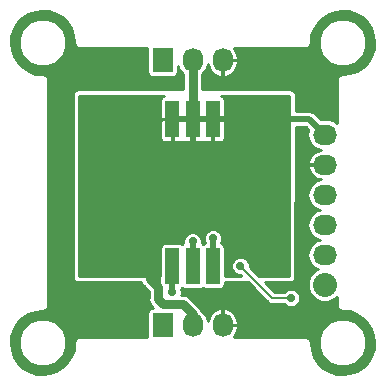
<source format=gbr>
G04 #@! TF.GenerationSoftware,KiCad,Pcbnew,(5.0.0)*
G04 #@! TF.CreationDate,2018-11-19T11:16:29+03:00*
G04 #@! TF.ProjectId,NeoP_6W,4E656F505F36572E6B696361645F7063,rev?*
G04 #@! TF.SameCoordinates,Original*
G04 #@! TF.FileFunction,Copper,L1,Top,Signal*
G04 #@! TF.FilePolarity,Positive*
%FSLAX46Y46*%
G04 Gerber Fmt 4.6, Leading zero omitted, Abs format (unit mm)*
G04 Created by KiCad (PCBNEW (5.0.0)) date 11/19/18 11:16:29*
%MOMM*%
%LPD*%
G01*
G04 APERTURE LIST*
G04 #@! TA.AperFunction,SMDPad,CuDef*
%ADD10R,1.200000X3.100000*%
G04 #@! TD*
G04 #@! TA.AperFunction,ComponentPad*
%ADD11R,8.000000X4.800000*%
G04 #@! TD*
G04 #@! TA.AperFunction,ComponentPad*
%ADD12O,2.032000X1.727200*%
G04 #@! TD*
G04 #@! TA.AperFunction,ComponentPad*
%ADD13C,2.032000*%
G04 #@! TD*
G04 #@! TA.AperFunction,ComponentPad*
%ADD14R,1.727200X2.032000*%
G04 #@! TD*
G04 #@! TA.AperFunction,ComponentPad*
%ADD15O,1.727200X2.032000*%
G04 #@! TD*
G04 #@! TA.AperFunction,ViaPad*
%ADD16C,0.700000*%
G04 #@! TD*
G04 #@! TA.AperFunction,Conductor*
%ADD17C,0.500000*%
G04 #@! TD*
G04 #@! TA.AperFunction,Conductor*
%ADD18C,0.750000*%
G04 #@! TD*
G04 #@! TA.AperFunction,Conductor*
%ADD19C,0.200000*%
G04 #@! TD*
G04 #@! TA.AperFunction,Conductor*
%ADD20C,0.254000*%
G04 #@! TD*
G04 APERTURE END LIST*
D10*
G04 #@! TO.P,D1,3*
G04 #@! TO.N,Net-(D1-Pad3)*
X114400000Y-93520000D03*
G04 #@! TO.P,D1,2*
G04 #@! TO.N,Net-(D1-Pad2)*
X112700000Y-93520000D03*
G04 #@! TO.P,D1,1*
G04 #@! TO.N,Net-(D1-Pad1)*
X111000000Y-93520000D03*
D11*
G04 #@! TO.P,D1,*
G04 #@! TO.N,+5V*
X112700000Y-87300000D03*
D10*
G04 #@! TO.P,D1,6*
X111000000Y-81080000D03*
G04 #@! TO.P,D1,5*
X112700000Y-81080000D03*
G04 #@! TO.P,D1,4*
X114400000Y-81080000D03*
G04 #@! TD*
D12*
G04 #@! TO.P,J1,6*
G04 #@! TO.N,+5V*
X123900000Y-82400000D03*
G04 #@! TO.P,J1,5*
G04 #@! TO.N,GND*
X123900000Y-84940000D03*
G04 #@! TO.P,J1,4*
G04 #@! TO.N,R*
X123900000Y-87480000D03*
G04 #@! TO.P,J1,3*
G04 #@! TO.N,G*
X123900000Y-90020000D03*
G04 #@! TO.P,J1,2*
G04 #@! TO.N,B*
X123900000Y-92560000D03*
D13*
G04 #@! TO.P,J1,1*
G04 #@! TO.N,TC*
X123900000Y-95100000D03*
G04 #@! TD*
D14*
G04 #@! TO.P,J2,1*
G04 #@! TO.N,N/C*
X110160000Y-76100000D03*
D15*
G04 #@! TO.P,J2,2*
G04 #@! TO.N,+5V*
X112700000Y-76100000D03*
G04 #@! TO.P,J2,3*
G04 #@! TO.N,GND*
X115240000Y-76100000D03*
G04 #@! TD*
G04 #@! TO.P,J3,3*
G04 #@! TO.N,GND*
X115240000Y-98500000D03*
G04 #@! TO.P,J3,2*
G04 #@! TO.N,+5V*
X112700000Y-98500000D03*
D14*
G04 #@! TO.P,J3,1*
G04 #@! TO.N,N/C*
X110160000Y-98500000D03*
G04 #@! TD*
D16*
G04 #@! TO.N,GND*
X104000000Y-99000000D03*
X107000000Y-99000000D03*
X108000000Y-76000000D03*
X104000000Y-76000000D03*
X106000000Y-76000000D03*
X118000000Y-99000000D03*
X121000000Y-99000000D03*
X122500000Y-88500000D03*
X122500000Y-86000000D03*
X101000000Y-87500000D03*
X101000000Y-90000000D03*
X101000000Y-81500000D03*
X112268000Y-95758000D03*
X122237500Y-93726000D03*
X122174000Y-91186000D03*
X113919000Y-77533500D03*
X111633000Y-77533500D03*
X118000000Y-76000000D03*
X120000000Y-76000000D03*
X124000000Y-79000000D03*
X104000000Y-78000000D03*
X108267500Y-95186500D03*
X118000000Y-97980500D03*
G04 #@! TO.N,+5V*
X112712498Y-89281000D03*
X112712498Y-88392000D03*
X113876664Y-86328250D03*
X110384166Y-89281000D03*
X116205000Y-89281000D03*
X115040830Y-89281000D03*
X113876664Y-89281000D03*
X111548332Y-89281000D03*
X111548332Y-88296750D03*
X113876664Y-88296750D03*
X115040830Y-88296750D03*
X111548332Y-85344000D03*
X113876664Y-85344000D03*
X115040830Y-86328250D03*
X115040830Y-85344000D03*
X110384166Y-86328250D03*
X110384166Y-85344000D03*
X109220000Y-86328250D03*
X109220000Y-88296750D03*
X116205000Y-88296750D03*
X116205000Y-86328250D03*
X116205000Y-85344000D03*
X109220000Y-85344000D03*
X109220000Y-82550000D03*
X109220000Y-81280000D03*
X109220000Y-80010000D03*
X116205000Y-82550000D03*
X116205000Y-81280000D03*
X116205000Y-80010000D03*
X117475000Y-82550000D03*
X117475000Y-81280000D03*
X117475000Y-80010000D03*
X118745000Y-81280000D03*
X118745000Y-82550000D03*
X117475000Y-85344000D03*
X118745000Y-85344000D03*
X117475000Y-86328250D03*
X107950000Y-80010000D03*
X107950000Y-81280000D03*
X110384166Y-88296750D03*
X109220000Y-89281000D03*
X111548332Y-86328250D03*
X112712498Y-85344000D03*
X112712498Y-86233000D03*
X116205000Y-87312500D03*
X111548332Y-87312500D03*
X113876664Y-87312500D03*
X115040830Y-87312500D03*
X109220000Y-87312500D03*
X110384166Y-87312500D03*
G04 #@! TO.N,Net-(D1-Pad3)*
X114427000Y-91186000D03*
G04 #@! TO.N,Net-(D1-Pad2)*
X112712500Y-91440000D03*
G04 #@! TO.N,Net-(D1-Pad1)*
X110998000Y-95758000D03*
G04 #@! TO.N,TC*
X116753500Y-93535500D03*
X121017000Y-96252000D03*
G04 #@! TD*
D17*
G04 #@! TO.N,+5V*
X112700000Y-81080000D02*
X111000000Y-81080000D01*
X112700000Y-81080000D02*
X114400000Y-81080000D01*
X114400000Y-81080000D02*
X116205000Y-81080000D01*
X122580000Y-81080000D02*
X123900000Y-82400000D01*
X112700000Y-83130000D02*
X112700000Y-83820000D01*
X112700000Y-81080000D02*
X112700000Y-83130000D01*
X111836000Y-87300000D02*
X111836000Y-87300000D01*
X116205000Y-81080000D02*
X117475000Y-81080000D01*
X117475000Y-81080000D02*
X118745000Y-81080000D01*
X118745000Y-81080000D02*
X122580000Y-81080000D01*
X112700000Y-85725000D02*
X112700000Y-86360000D01*
X112700000Y-86360000D02*
X112700000Y-87300000D01*
X112700000Y-83820000D02*
X112700000Y-85725000D01*
X112700000Y-98222000D02*
X112700000Y-98500000D01*
X112700000Y-87300000D02*
X111836000Y-87300000D01*
X111836000Y-87300000D02*
X109093000Y-90043000D01*
X109093000Y-90043000D02*
X109093000Y-93408500D01*
X109728000Y-94043500D02*
X109537500Y-94043500D01*
X109728000Y-94043500D02*
X109791500Y-94107000D01*
X109093000Y-93408500D02*
X109728000Y-94043500D01*
X109537500Y-94043500D02*
X109347000Y-94234000D01*
D18*
X112700000Y-76100000D02*
X112700000Y-81080000D01*
X109791500Y-95313500D02*
X109791500Y-96329500D01*
X109791500Y-96329500D02*
X110236000Y-96774000D01*
X110236000Y-96774000D02*
X111887000Y-96774000D01*
X112700000Y-97587000D02*
X112700000Y-98500000D01*
X111887000Y-96774000D02*
X112700000Y-97587000D01*
D17*
X109791500Y-95313500D02*
X109791500Y-94107000D01*
X109474000Y-94424500D02*
X109093000Y-94043500D01*
X109474000Y-94996000D02*
X109474000Y-94424500D01*
D18*
X109093000Y-94043500D02*
X109093000Y-94615000D01*
X109093000Y-93408500D02*
X109093000Y-94043500D01*
X109474000Y-94996000D02*
X109791500Y-95313500D01*
X109093000Y-94615000D02*
X109474000Y-94996000D01*
D17*
G04 #@! TO.N,Net-(D1-Pad3)*
X114427000Y-93493000D02*
X114400000Y-93520000D01*
X114427000Y-91186000D02*
X114427000Y-93493000D01*
G04 #@! TO.N,Net-(D1-Pad2)*
X112712500Y-91567000D02*
X112712500Y-93507500D01*
X112712500Y-93507500D02*
X112700000Y-93520000D01*
X112712500Y-91440000D02*
X112712500Y-93507500D01*
G04 #@! TO.N,Net-(D1-Pad1)*
X111000000Y-95756000D02*
X110998000Y-95758000D01*
X111000000Y-93520000D02*
X111000000Y-95756000D01*
D19*
G04 #@! TO.N,TC*
X116753500Y-93537900D02*
X116753500Y-93535500D01*
X118315600Y-95100000D02*
X116753500Y-93537900D01*
X119470000Y-96252000D02*
X116753500Y-93535500D01*
X121017000Y-96252000D02*
X119470000Y-96252000D01*
G04 #@! TD*
D20*
G04 #@! TO.N,+5V*
G36*
X110158124Y-79168007D02*
X110038007Y-79288124D01*
X109973000Y-79445065D01*
X109973000Y-80950250D01*
X110079750Y-81057000D01*
X110977000Y-81057000D01*
X110977000Y-81037000D01*
X111023000Y-81037000D01*
X111023000Y-81057000D01*
X112677000Y-81057000D01*
X112677000Y-81037000D01*
X112723000Y-81037000D01*
X112723000Y-81057000D01*
X114377000Y-81057000D01*
X114377000Y-81037000D01*
X114423000Y-81037000D01*
X114423000Y-81057000D01*
X115320250Y-81057000D01*
X115427000Y-80950250D01*
X115427000Y-79445065D01*
X115361993Y-79288124D01*
X115241876Y-79168007D01*
X115142877Y-79127000D01*
X120872733Y-79127000D01*
X120840766Y-94361000D01*
X118324290Y-94361000D01*
X117530500Y-93567210D01*
X117530500Y-93380945D01*
X117412209Y-93095365D01*
X117193635Y-92876791D01*
X116908055Y-92758500D01*
X116598945Y-92758500D01*
X116313365Y-92876791D01*
X116094791Y-93095365D01*
X115976500Y-93380945D01*
X115976500Y-93690055D01*
X116094791Y-93975635D01*
X116313365Y-94194209D01*
X116598945Y-94312500D01*
X116782810Y-94312500D01*
X116831310Y-94361000D01*
X115435365Y-94361000D01*
X115435365Y-91970000D01*
X115402225Y-91803393D01*
X115307850Y-91662150D01*
X115166607Y-91567775D01*
X115114200Y-91557351D01*
X115204000Y-91340555D01*
X115204000Y-91031445D01*
X115085709Y-90745865D01*
X114867135Y-90527291D01*
X114581555Y-90409000D01*
X114272445Y-90409000D01*
X113986865Y-90527291D01*
X113768291Y-90745865D01*
X113650000Y-91031445D01*
X113650000Y-91340555D01*
X113735689Y-91547427D01*
X113633393Y-91567775D01*
X113550000Y-91623496D01*
X113489500Y-91583072D01*
X113489500Y-91285445D01*
X113371209Y-90999865D01*
X113152635Y-90781291D01*
X112867055Y-90663000D01*
X112557945Y-90663000D01*
X112272365Y-90781291D01*
X112053791Y-90999865D01*
X111935500Y-91285445D01*
X111935500Y-91567356D01*
X111933393Y-91567775D01*
X111850000Y-91623496D01*
X111766607Y-91567775D01*
X111600000Y-91534635D01*
X110400000Y-91534635D01*
X110233393Y-91567775D01*
X110092150Y-91662150D01*
X109997775Y-91803393D01*
X109964635Y-91970000D01*
X109964635Y-94361000D01*
X103124025Y-94361000D01*
X103126571Y-81209750D01*
X109973000Y-81209750D01*
X109973000Y-82714935D01*
X110038007Y-82871876D01*
X110158124Y-82991993D01*
X110315064Y-83057000D01*
X110870250Y-83057000D01*
X110977000Y-82950250D01*
X110977000Y-81103000D01*
X111023000Y-81103000D01*
X111023000Y-82950250D01*
X111129750Y-83057000D01*
X111684936Y-83057000D01*
X111841876Y-82991993D01*
X111850000Y-82983869D01*
X111858124Y-82991993D01*
X112015064Y-83057000D01*
X112570250Y-83057000D01*
X112677000Y-82950250D01*
X112677000Y-81103000D01*
X112723000Y-81103000D01*
X112723000Y-82950250D01*
X112829750Y-83057000D01*
X113384936Y-83057000D01*
X113541876Y-82991993D01*
X113550000Y-82983869D01*
X113558124Y-82991993D01*
X113715064Y-83057000D01*
X114270250Y-83057000D01*
X114377000Y-82950250D01*
X114377000Y-81103000D01*
X114423000Y-81103000D01*
X114423000Y-82950250D01*
X114529750Y-83057000D01*
X115084936Y-83057000D01*
X115241876Y-82991993D01*
X115361993Y-82871876D01*
X115427000Y-82714935D01*
X115427000Y-81209750D01*
X115320250Y-81103000D01*
X114423000Y-81103000D01*
X114377000Y-81103000D01*
X112723000Y-81103000D01*
X112677000Y-81103000D01*
X111023000Y-81103000D01*
X110977000Y-81103000D01*
X110079750Y-81103000D01*
X109973000Y-81209750D01*
X103126571Y-81209750D01*
X103126975Y-79127000D01*
X110257123Y-79127000D01*
X110158124Y-79168007D01*
X110158124Y-79168007D01*
G37*
X110158124Y-79168007D02*
X110038007Y-79288124D01*
X109973000Y-79445065D01*
X109973000Y-80950250D01*
X110079750Y-81057000D01*
X110977000Y-81057000D01*
X110977000Y-81037000D01*
X111023000Y-81037000D01*
X111023000Y-81057000D01*
X112677000Y-81057000D01*
X112677000Y-81037000D01*
X112723000Y-81037000D01*
X112723000Y-81057000D01*
X114377000Y-81057000D01*
X114377000Y-81037000D01*
X114423000Y-81037000D01*
X114423000Y-81057000D01*
X115320250Y-81057000D01*
X115427000Y-80950250D01*
X115427000Y-79445065D01*
X115361993Y-79288124D01*
X115241876Y-79168007D01*
X115142877Y-79127000D01*
X120872733Y-79127000D01*
X120840766Y-94361000D01*
X118324290Y-94361000D01*
X117530500Y-93567210D01*
X117530500Y-93380945D01*
X117412209Y-93095365D01*
X117193635Y-92876791D01*
X116908055Y-92758500D01*
X116598945Y-92758500D01*
X116313365Y-92876791D01*
X116094791Y-93095365D01*
X115976500Y-93380945D01*
X115976500Y-93690055D01*
X116094791Y-93975635D01*
X116313365Y-94194209D01*
X116598945Y-94312500D01*
X116782810Y-94312500D01*
X116831310Y-94361000D01*
X115435365Y-94361000D01*
X115435365Y-91970000D01*
X115402225Y-91803393D01*
X115307850Y-91662150D01*
X115166607Y-91567775D01*
X115114200Y-91557351D01*
X115204000Y-91340555D01*
X115204000Y-91031445D01*
X115085709Y-90745865D01*
X114867135Y-90527291D01*
X114581555Y-90409000D01*
X114272445Y-90409000D01*
X113986865Y-90527291D01*
X113768291Y-90745865D01*
X113650000Y-91031445D01*
X113650000Y-91340555D01*
X113735689Y-91547427D01*
X113633393Y-91567775D01*
X113550000Y-91623496D01*
X113489500Y-91583072D01*
X113489500Y-91285445D01*
X113371209Y-90999865D01*
X113152635Y-90781291D01*
X112867055Y-90663000D01*
X112557945Y-90663000D01*
X112272365Y-90781291D01*
X112053791Y-90999865D01*
X111935500Y-91285445D01*
X111935500Y-91567356D01*
X111933393Y-91567775D01*
X111850000Y-91623496D01*
X111766607Y-91567775D01*
X111600000Y-91534635D01*
X110400000Y-91534635D01*
X110233393Y-91567775D01*
X110092150Y-91662150D01*
X109997775Y-91803393D01*
X109964635Y-91970000D01*
X109964635Y-94361000D01*
X103124025Y-94361000D01*
X103126571Y-81209750D01*
X109973000Y-81209750D01*
X109973000Y-82714935D01*
X110038007Y-82871876D01*
X110158124Y-82991993D01*
X110315064Y-83057000D01*
X110870250Y-83057000D01*
X110977000Y-82950250D01*
X110977000Y-81103000D01*
X111023000Y-81103000D01*
X111023000Y-82950250D01*
X111129750Y-83057000D01*
X111684936Y-83057000D01*
X111841876Y-82991993D01*
X111850000Y-82983869D01*
X111858124Y-82991993D01*
X112015064Y-83057000D01*
X112570250Y-83057000D01*
X112677000Y-82950250D01*
X112677000Y-81103000D01*
X112723000Y-81103000D01*
X112723000Y-82950250D01*
X112829750Y-83057000D01*
X113384936Y-83057000D01*
X113541876Y-82991993D01*
X113550000Y-82983869D01*
X113558124Y-82991993D01*
X113715064Y-83057000D01*
X114270250Y-83057000D01*
X114377000Y-82950250D01*
X114377000Y-81103000D01*
X114423000Y-81103000D01*
X114423000Y-82950250D01*
X114529750Y-83057000D01*
X115084936Y-83057000D01*
X115241876Y-82991993D01*
X115361993Y-82871876D01*
X115427000Y-82714935D01*
X115427000Y-81209750D01*
X115320250Y-81103000D01*
X114423000Y-81103000D01*
X114377000Y-81103000D01*
X112723000Y-81103000D01*
X112677000Y-81103000D01*
X111023000Y-81103000D01*
X110977000Y-81103000D01*
X110079750Y-81103000D01*
X109973000Y-81209750D01*
X103126571Y-81209750D01*
X103126975Y-79127000D01*
X110257123Y-79127000D01*
X110158124Y-79168007D01*
G04 #@! TO.N,GND*
G36*
X100560291Y-71964037D02*
X101130362Y-72153674D01*
X101644252Y-72464898D01*
X102076417Y-72882235D01*
X102405385Y-73384949D01*
X102614803Y-73948058D01*
X102696321Y-74559003D01*
X102688166Y-74600000D01*
X102727127Y-74795870D01*
X102838079Y-74961921D01*
X103004130Y-75072873D01*
X103150561Y-75102000D01*
X108861035Y-75102000D01*
X108861035Y-77116000D01*
X108894175Y-77282607D01*
X108988550Y-77423850D01*
X109129793Y-77518225D01*
X109296400Y-77551365D01*
X111023600Y-77551365D01*
X111190207Y-77518225D01*
X111331450Y-77423850D01*
X111425825Y-77282607D01*
X111458965Y-77116000D01*
X111458965Y-76628690D01*
X111484282Y-76755967D01*
X111769531Y-77182870D01*
X111898000Y-77268711D01*
X111898000Y-78573000D01*
X103000000Y-78573000D01*
X102836671Y-78605472D01*
X102698124Y-78698007D01*
X102605535Y-78836518D01*
X102573000Y-78999917D01*
X102570000Y-94487917D01*
X102602503Y-94651406D01*
X102695065Y-94789935D01*
X102833594Y-94882497D01*
X102997000Y-94915000D01*
X108334962Y-94915000D01*
X108337533Y-94927925D01*
X108514791Y-95193210D01*
X108581756Y-95237955D01*
X108962754Y-95618953D01*
X108962757Y-95618955D01*
X108989500Y-95645698D01*
X108989501Y-96250507D01*
X108973788Y-96329500D01*
X109036033Y-96642424D01*
X109069249Y-96692135D01*
X109213291Y-96907710D01*
X109280257Y-96952455D01*
X109376437Y-97048635D01*
X109296400Y-97048635D01*
X109129793Y-97081775D01*
X108988550Y-97176150D01*
X108894175Y-97317393D01*
X108861035Y-97484000D01*
X108861035Y-99498000D01*
X103150561Y-99498000D01*
X103004130Y-99527127D01*
X102838079Y-99638079D01*
X102727127Y-99804130D01*
X102688166Y-100000000D01*
X102692441Y-100021494D01*
X102627884Y-100597038D01*
X102430305Y-101164406D01*
X102111939Y-101673900D01*
X101688602Y-102100202D01*
X101181348Y-102422116D01*
X100615374Y-102623650D01*
X100018812Y-102694786D01*
X99421320Y-102631987D01*
X98852587Y-102438375D01*
X98340882Y-102123571D01*
X97911640Y-101703226D01*
X97586190Y-101198228D01*
X97380710Y-100633675D01*
X97305411Y-100037624D01*
X97348633Y-99596805D01*
X97973000Y-99596805D01*
X97973000Y-100403195D01*
X98281593Y-101148203D01*
X98851797Y-101718407D01*
X99596805Y-102027000D01*
X100403195Y-102027000D01*
X101148203Y-101718407D01*
X101718407Y-101148203D01*
X102027000Y-100403195D01*
X102027000Y-99596805D01*
X101718407Y-98851797D01*
X101148203Y-98281593D01*
X100403195Y-97973000D01*
X99596805Y-97973000D01*
X98851797Y-98281593D01*
X98281593Y-98851797D01*
X97973000Y-99596805D01*
X97348633Y-99596805D01*
X97364037Y-99439709D01*
X97553674Y-98869638D01*
X97864898Y-98355748D01*
X98282235Y-97923583D01*
X98784949Y-97594615D01*
X99348058Y-97385197D01*
X99959003Y-97303679D01*
X100000000Y-97311834D01*
X100195869Y-97272873D01*
X100361921Y-97161921D01*
X100472873Y-96995870D01*
X100502000Y-96849439D01*
X100502000Y-77750561D01*
X100472873Y-77604130D01*
X100361921Y-77438079D01*
X100195870Y-77327127D01*
X100000000Y-77288166D01*
X99978506Y-77292441D01*
X99402962Y-77227884D01*
X98835594Y-77030305D01*
X98326100Y-76711939D01*
X97899798Y-76288602D01*
X97577884Y-75781348D01*
X97376350Y-75215374D01*
X97305214Y-74618812D01*
X97349568Y-74196805D01*
X97973000Y-74196805D01*
X97973000Y-75003195D01*
X98281593Y-75748203D01*
X98851797Y-76318407D01*
X99596805Y-76627000D01*
X100403195Y-76627000D01*
X101148203Y-76318407D01*
X101718407Y-75748203D01*
X102027000Y-75003195D01*
X102027000Y-74196805D01*
X101718407Y-73451797D01*
X101148203Y-72881593D01*
X100403195Y-72573000D01*
X99596805Y-72573000D01*
X98851797Y-72881593D01*
X98281593Y-73451797D01*
X97973000Y-74196805D01*
X97349568Y-74196805D01*
X97368013Y-74021319D01*
X97561624Y-73452588D01*
X97876429Y-72940882D01*
X98296774Y-72511640D01*
X98801772Y-72186190D01*
X99366326Y-71980710D01*
X99962376Y-71905411D01*
X100560291Y-71964037D01*
X100560291Y-71964037D01*
G37*
X100560291Y-71964037D02*
X101130362Y-72153674D01*
X101644252Y-72464898D01*
X102076417Y-72882235D01*
X102405385Y-73384949D01*
X102614803Y-73948058D01*
X102696321Y-74559003D01*
X102688166Y-74600000D01*
X102727127Y-74795870D01*
X102838079Y-74961921D01*
X103004130Y-75072873D01*
X103150561Y-75102000D01*
X108861035Y-75102000D01*
X108861035Y-77116000D01*
X108894175Y-77282607D01*
X108988550Y-77423850D01*
X109129793Y-77518225D01*
X109296400Y-77551365D01*
X111023600Y-77551365D01*
X111190207Y-77518225D01*
X111331450Y-77423850D01*
X111425825Y-77282607D01*
X111458965Y-77116000D01*
X111458965Y-76628690D01*
X111484282Y-76755967D01*
X111769531Y-77182870D01*
X111898000Y-77268711D01*
X111898000Y-78573000D01*
X103000000Y-78573000D01*
X102836671Y-78605472D01*
X102698124Y-78698007D01*
X102605535Y-78836518D01*
X102573000Y-78999917D01*
X102570000Y-94487917D01*
X102602503Y-94651406D01*
X102695065Y-94789935D01*
X102833594Y-94882497D01*
X102997000Y-94915000D01*
X108334962Y-94915000D01*
X108337533Y-94927925D01*
X108514791Y-95193210D01*
X108581756Y-95237955D01*
X108962754Y-95618953D01*
X108962757Y-95618955D01*
X108989500Y-95645698D01*
X108989501Y-96250507D01*
X108973788Y-96329500D01*
X109036033Y-96642424D01*
X109069249Y-96692135D01*
X109213291Y-96907710D01*
X109280257Y-96952455D01*
X109376437Y-97048635D01*
X109296400Y-97048635D01*
X109129793Y-97081775D01*
X108988550Y-97176150D01*
X108894175Y-97317393D01*
X108861035Y-97484000D01*
X108861035Y-99498000D01*
X103150561Y-99498000D01*
X103004130Y-99527127D01*
X102838079Y-99638079D01*
X102727127Y-99804130D01*
X102688166Y-100000000D01*
X102692441Y-100021494D01*
X102627884Y-100597038D01*
X102430305Y-101164406D01*
X102111939Y-101673900D01*
X101688602Y-102100202D01*
X101181348Y-102422116D01*
X100615374Y-102623650D01*
X100018812Y-102694786D01*
X99421320Y-102631987D01*
X98852587Y-102438375D01*
X98340882Y-102123571D01*
X97911640Y-101703226D01*
X97586190Y-101198228D01*
X97380710Y-100633675D01*
X97305411Y-100037624D01*
X97348633Y-99596805D01*
X97973000Y-99596805D01*
X97973000Y-100403195D01*
X98281593Y-101148203D01*
X98851797Y-101718407D01*
X99596805Y-102027000D01*
X100403195Y-102027000D01*
X101148203Y-101718407D01*
X101718407Y-101148203D01*
X102027000Y-100403195D01*
X102027000Y-99596805D01*
X101718407Y-98851797D01*
X101148203Y-98281593D01*
X100403195Y-97973000D01*
X99596805Y-97973000D01*
X98851797Y-98281593D01*
X98281593Y-98851797D01*
X97973000Y-99596805D01*
X97348633Y-99596805D01*
X97364037Y-99439709D01*
X97553674Y-98869638D01*
X97864898Y-98355748D01*
X98282235Y-97923583D01*
X98784949Y-97594615D01*
X99348058Y-97385197D01*
X99959003Y-97303679D01*
X100000000Y-97311834D01*
X100195869Y-97272873D01*
X100361921Y-97161921D01*
X100472873Y-96995870D01*
X100502000Y-96849439D01*
X100502000Y-77750561D01*
X100472873Y-77604130D01*
X100361921Y-77438079D01*
X100195870Y-77327127D01*
X100000000Y-77288166D01*
X99978506Y-77292441D01*
X99402962Y-77227884D01*
X98835594Y-77030305D01*
X98326100Y-76711939D01*
X97899798Y-76288602D01*
X97577884Y-75781348D01*
X97376350Y-75215374D01*
X97305214Y-74618812D01*
X97349568Y-74196805D01*
X97973000Y-74196805D01*
X97973000Y-75003195D01*
X98281593Y-75748203D01*
X98851797Y-76318407D01*
X99596805Y-76627000D01*
X100403195Y-76627000D01*
X101148203Y-76318407D01*
X101718407Y-75748203D01*
X102027000Y-75003195D01*
X102027000Y-74196805D01*
X101718407Y-73451797D01*
X101148203Y-72881593D01*
X100403195Y-72573000D01*
X99596805Y-72573000D01*
X98851797Y-72881593D01*
X98281593Y-73451797D01*
X97973000Y-74196805D01*
X97349568Y-74196805D01*
X97368013Y-74021319D01*
X97561624Y-73452588D01*
X97876429Y-72940882D01*
X98296774Y-72511640D01*
X98801772Y-72186190D01*
X99366326Y-71980710D01*
X99962376Y-71905411D01*
X100560291Y-71964037D01*
G36*
X122516474Y-81973895D02*
X122431716Y-82400000D01*
X122531882Y-82903567D01*
X122817130Y-83330470D01*
X123244033Y-83615718D01*
X123575930Y-83681737D01*
X123232460Y-83756443D01*
X122818745Y-84043671D01*
X122546440Y-84467357D01*
X122476690Y-84715421D01*
X122563973Y-84917000D01*
X123877000Y-84917000D01*
X123877000Y-84897000D01*
X123923000Y-84897000D01*
X123923000Y-84917000D01*
X123943000Y-84917000D01*
X123943000Y-84963000D01*
X123923000Y-84963000D01*
X123923000Y-84983000D01*
X123877000Y-84983000D01*
X123877000Y-84963000D01*
X122563973Y-84963000D01*
X122476690Y-85164579D01*
X122546440Y-85412643D01*
X122818745Y-85836329D01*
X123232460Y-86123557D01*
X123575930Y-86198263D01*
X123244033Y-86264282D01*
X122817130Y-86549530D01*
X122531882Y-86976433D01*
X122431716Y-87480000D01*
X122531882Y-87983567D01*
X122817130Y-88410470D01*
X123244033Y-88695718D01*
X123516926Y-88750000D01*
X123244033Y-88804282D01*
X122817130Y-89089530D01*
X122531882Y-89516433D01*
X122431716Y-90020000D01*
X122531882Y-90523567D01*
X122817130Y-90950470D01*
X123244033Y-91235718D01*
X123516926Y-91290000D01*
X123244033Y-91344282D01*
X122817130Y-91629530D01*
X122531882Y-92056433D01*
X122431716Y-92560000D01*
X122531882Y-93063567D01*
X122817130Y-93490470D01*
X123244033Y-93775718D01*
X123299650Y-93786781D01*
X123082606Y-93876684D01*
X122676684Y-94282606D01*
X122457000Y-94812969D01*
X122457000Y-95387031D01*
X122676684Y-95917394D01*
X123082606Y-96323316D01*
X123612969Y-96543000D01*
X124187031Y-96543000D01*
X124717394Y-96323316D01*
X124898001Y-96142709D01*
X124898001Y-96849439D01*
X124927128Y-96995870D01*
X125038080Y-97161921D01*
X125204131Y-97272873D01*
X125400000Y-97311834D01*
X125421494Y-97307559D01*
X125997042Y-97372117D01*
X126564408Y-97569696D01*
X127073900Y-97888061D01*
X127500202Y-98311398D01*
X127822116Y-98818652D01*
X128023650Y-99384626D01*
X128094786Y-99981188D01*
X128031987Y-100578680D01*
X127838375Y-101147413D01*
X127523571Y-101659118D01*
X127103226Y-102088360D01*
X126598228Y-102413810D01*
X126033675Y-102619290D01*
X125437624Y-102694589D01*
X124839711Y-102635963D01*
X124269637Y-102446326D01*
X123755749Y-102135104D01*
X123323583Y-101717765D01*
X122994613Y-101215048D01*
X122785197Y-100651942D01*
X122703679Y-100040997D01*
X122711834Y-100000000D01*
X122672873Y-99804130D01*
X122561921Y-99638079D01*
X122500151Y-99596805D01*
X123373000Y-99596805D01*
X123373000Y-100403195D01*
X123681593Y-101148203D01*
X124251797Y-101718407D01*
X124996805Y-102027000D01*
X125803195Y-102027000D01*
X126548203Y-101718407D01*
X127118407Y-101148203D01*
X127427000Y-100403195D01*
X127427000Y-99596805D01*
X127118407Y-98851797D01*
X126548203Y-98281593D01*
X125803195Y-97973000D01*
X124996805Y-97973000D01*
X124251797Y-98281593D01*
X123681593Y-98851797D01*
X123373000Y-99596805D01*
X122500151Y-99596805D01*
X122395870Y-99527127D01*
X122249439Y-99498000D01*
X116194130Y-99498000D01*
X116423557Y-99167540D01*
X116530600Y-98675400D01*
X116530600Y-98523000D01*
X115263000Y-98523000D01*
X115263000Y-98543000D01*
X115217000Y-98543000D01*
X115217000Y-98523000D01*
X115197000Y-98523000D01*
X115197000Y-98477000D01*
X115217000Y-98477000D01*
X115217000Y-97163973D01*
X115263000Y-97163973D01*
X115263000Y-98477000D01*
X116530600Y-98477000D01*
X116530600Y-98324600D01*
X116423557Y-97832460D01*
X116136329Y-97418745D01*
X115712643Y-97146440D01*
X115464579Y-97076690D01*
X115263000Y-97163973D01*
X115217000Y-97163973D01*
X115015421Y-97076690D01*
X114767357Y-97146440D01*
X114343671Y-97418745D01*
X114056443Y-97832460D01*
X113981737Y-98175930D01*
X113915718Y-97844033D01*
X113630470Y-97417130D01*
X113461459Y-97304201D01*
X113455467Y-97274075D01*
X113426520Y-97230753D01*
X113278210Y-97008790D01*
X113211244Y-96964045D01*
X112509957Y-96262759D01*
X112465210Y-96195790D01*
X112199925Y-96018533D01*
X111965989Y-95972000D01*
X111887000Y-95956288D01*
X111808011Y-95972000D01*
X111750377Y-95972000D01*
X111775000Y-95912555D01*
X111775000Y-95603445D01*
X111724145Y-95480671D01*
X111766607Y-95472225D01*
X111850000Y-95416504D01*
X111933393Y-95472225D01*
X112100000Y-95505365D01*
X113300000Y-95505365D01*
X113466607Y-95472225D01*
X113550000Y-95416504D01*
X113633393Y-95472225D01*
X113800000Y-95505365D01*
X115000000Y-95505365D01*
X115166607Y-95472225D01*
X115307850Y-95377850D01*
X115402225Y-95236607D01*
X115435365Y-95070000D01*
X115435365Y-94915000D01*
X117385309Y-94915000D01*
X117979655Y-95509346D01*
X117986889Y-95514180D01*
X119060657Y-96587948D01*
X119090055Y-96631945D01*
X119134052Y-96661343D01*
X119134055Y-96661346D01*
X119221647Y-96719873D01*
X119264375Y-96748423D01*
X119418097Y-96779000D01*
X119418101Y-96779000D01*
X119469999Y-96789323D01*
X119521897Y-96779000D01*
X120445156Y-96779000D01*
X120576865Y-96910709D01*
X120862445Y-97029000D01*
X121171555Y-97029000D01*
X121457135Y-96910709D01*
X121675709Y-96692135D01*
X121794000Y-96406555D01*
X121794000Y-96097445D01*
X121675709Y-95811865D01*
X121457135Y-95593291D01*
X121171555Y-95475000D01*
X120862445Y-95475000D01*
X120576865Y-95593291D01*
X120445156Y-95725000D01*
X119688291Y-95725000D01*
X118878291Y-94915000D01*
X120967500Y-94915000D01*
X121130078Y-94882839D01*
X121268800Y-94790568D01*
X121361653Y-94652233D01*
X121394499Y-94488896D01*
X121421216Y-81757000D01*
X122299579Y-81757000D01*
X122516474Y-81973895D01*
X122516474Y-81973895D01*
G37*
X122516474Y-81973895D02*
X122431716Y-82400000D01*
X122531882Y-82903567D01*
X122817130Y-83330470D01*
X123244033Y-83615718D01*
X123575930Y-83681737D01*
X123232460Y-83756443D01*
X122818745Y-84043671D01*
X122546440Y-84467357D01*
X122476690Y-84715421D01*
X122563973Y-84917000D01*
X123877000Y-84917000D01*
X123877000Y-84897000D01*
X123923000Y-84897000D01*
X123923000Y-84917000D01*
X123943000Y-84917000D01*
X123943000Y-84963000D01*
X123923000Y-84963000D01*
X123923000Y-84983000D01*
X123877000Y-84983000D01*
X123877000Y-84963000D01*
X122563973Y-84963000D01*
X122476690Y-85164579D01*
X122546440Y-85412643D01*
X122818745Y-85836329D01*
X123232460Y-86123557D01*
X123575930Y-86198263D01*
X123244033Y-86264282D01*
X122817130Y-86549530D01*
X122531882Y-86976433D01*
X122431716Y-87480000D01*
X122531882Y-87983567D01*
X122817130Y-88410470D01*
X123244033Y-88695718D01*
X123516926Y-88750000D01*
X123244033Y-88804282D01*
X122817130Y-89089530D01*
X122531882Y-89516433D01*
X122431716Y-90020000D01*
X122531882Y-90523567D01*
X122817130Y-90950470D01*
X123244033Y-91235718D01*
X123516926Y-91290000D01*
X123244033Y-91344282D01*
X122817130Y-91629530D01*
X122531882Y-92056433D01*
X122431716Y-92560000D01*
X122531882Y-93063567D01*
X122817130Y-93490470D01*
X123244033Y-93775718D01*
X123299650Y-93786781D01*
X123082606Y-93876684D01*
X122676684Y-94282606D01*
X122457000Y-94812969D01*
X122457000Y-95387031D01*
X122676684Y-95917394D01*
X123082606Y-96323316D01*
X123612969Y-96543000D01*
X124187031Y-96543000D01*
X124717394Y-96323316D01*
X124898001Y-96142709D01*
X124898001Y-96849439D01*
X124927128Y-96995870D01*
X125038080Y-97161921D01*
X125204131Y-97272873D01*
X125400000Y-97311834D01*
X125421494Y-97307559D01*
X125997042Y-97372117D01*
X126564408Y-97569696D01*
X127073900Y-97888061D01*
X127500202Y-98311398D01*
X127822116Y-98818652D01*
X128023650Y-99384626D01*
X128094786Y-99981188D01*
X128031987Y-100578680D01*
X127838375Y-101147413D01*
X127523571Y-101659118D01*
X127103226Y-102088360D01*
X126598228Y-102413810D01*
X126033675Y-102619290D01*
X125437624Y-102694589D01*
X124839711Y-102635963D01*
X124269637Y-102446326D01*
X123755749Y-102135104D01*
X123323583Y-101717765D01*
X122994613Y-101215048D01*
X122785197Y-100651942D01*
X122703679Y-100040997D01*
X122711834Y-100000000D01*
X122672873Y-99804130D01*
X122561921Y-99638079D01*
X122500151Y-99596805D01*
X123373000Y-99596805D01*
X123373000Y-100403195D01*
X123681593Y-101148203D01*
X124251797Y-101718407D01*
X124996805Y-102027000D01*
X125803195Y-102027000D01*
X126548203Y-101718407D01*
X127118407Y-101148203D01*
X127427000Y-100403195D01*
X127427000Y-99596805D01*
X127118407Y-98851797D01*
X126548203Y-98281593D01*
X125803195Y-97973000D01*
X124996805Y-97973000D01*
X124251797Y-98281593D01*
X123681593Y-98851797D01*
X123373000Y-99596805D01*
X122500151Y-99596805D01*
X122395870Y-99527127D01*
X122249439Y-99498000D01*
X116194130Y-99498000D01*
X116423557Y-99167540D01*
X116530600Y-98675400D01*
X116530600Y-98523000D01*
X115263000Y-98523000D01*
X115263000Y-98543000D01*
X115217000Y-98543000D01*
X115217000Y-98523000D01*
X115197000Y-98523000D01*
X115197000Y-98477000D01*
X115217000Y-98477000D01*
X115217000Y-97163973D01*
X115263000Y-97163973D01*
X115263000Y-98477000D01*
X116530600Y-98477000D01*
X116530600Y-98324600D01*
X116423557Y-97832460D01*
X116136329Y-97418745D01*
X115712643Y-97146440D01*
X115464579Y-97076690D01*
X115263000Y-97163973D01*
X115217000Y-97163973D01*
X115015421Y-97076690D01*
X114767357Y-97146440D01*
X114343671Y-97418745D01*
X114056443Y-97832460D01*
X113981737Y-98175930D01*
X113915718Y-97844033D01*
X113630470Y-97417130D01*
X113461459Y-97304201D01*
X113455467Y-97274075D01*
X113426520Y-97230753D01*
X113278210Y-97008790D01*
X113211244Y-96964045D01*
X112509957Y-96262759D01*
X112465210Y-96195790D01*
X112199925Y-96018533D01*
X111965989Y-95972000D01*
X111887000Y-95956288D01*
X111808011Y-95972000D01*
X111750377Y-95972000D01*
X111775000Y-95912555D01*
X111775000Y-95603445D01*
X111724145Y-95480671D01*
X111766607Y-95472225D01*
X111850000Y-95416504D01*
X111933393Y-95472225D01*
X112100000Y-95505365D01*
X113300000Y-95505365D01*
X113466607Y-95472225D01*
X113550000Y-95416504D01*
X113633393Y-95472225D01*
X113800000Y-95505365D01*
X115000000Y-95505365D01*
X115166607Y-95472225D01*
X115307850Y-95377850D01*
X115402225Y-95236607D01*
X115435365Y-95070000D01*
X115435365Y-94915000D01*
X117385309Y-94915000D01*
X117979655Y-95509346D01*
X117986889Y-95514180D01*
X119060657Y-96587948D01*
X119090055Y-96631945D01*
X119134052Y-96661343D01*
X119134055Y-96661346D01*
X119221647Y-96719873D01*
X119264375Y-96748423D01*
X119418097Y-96779000D01*
X119418101Y-96779000D01*
X119469999Y-96789323D01*
X119521897Y-96779000D01*
X120445156Y-96779000D01*
X120576865Y-96910709D01*
X120862445Y-97029000D01*
X121171555Y-97029000D01*
X121457135Y-96910709D01*
X121675709Y-96692135D01*
X121794000Y-96406555D01*
X121794000Y-96097445D01*
X121675709Y-95811865D01*
X121457135Y-95593291D01*
X121171555Y-95475000D01*
X120862445Y-95475000D01*
X120576865Y-95593291D01*
X120445156Y-95725000D01*
X119688291Y-95725000D01*
X118878291Y-94915000D01*
X120967500Y-94915000D01*
X121130078Y-94882839D01*
X121268800Y-94790568D01*
X121361653Y-94652233D01*
X121394499Y-94488896D01*
X121421216Y-81757000D01*
X122299579Y-81757000D01*
X122516474Y-81973895D01*
G36*
X125978681Y-71968013D02*
X126547412Y-72161624D01*
X127059118Y-72476429D01*
X127488360Y-72896774D01*
X127813810Y-73401772D01*
X128019290Y-73966326D01*
X128094589Y-74562376D01*
X128035963Y-75160289D01*
X127846326Y-75730363D01*
X127535104Y-76244251D01*
X127117765Y-76676417D01*
X126615048Y-77005387D01*
X126051942Y-77214803D01*
X125440997Y-77296321D01*
X125400000Y-77288166D01*
X125204130Y-77327127D01*
X125038079Y-77438079D01*
X124927127Y-77604131D01*
X124898000Y-77750562D01*
X124898000Y-81412822D01*
X124555967Y-81184282D01*
X124179511Y-81109400D01*
X123620489Y-81109400D01*
X123575725Y-81118304D01*
X123105864Y-80648443D01*
X123068090Y-80591910D01*
X122844152Y-80442280D01*
X122646678Y-80403000D01*
X122646676Y-80403000D01*
X122580000Y-80389737D01*
X122513324Y-80403000D01*
X121424057Y-80403000D01*
X121426999Y-79000896D01*
X121394497Y-78836594D01*
X121301935Y-78698065D01*
X121163406Y-78605503D01*
X121000000Y-78573000D01*
X113502000Y-78573000D01*
X113502000Y-77268711D01*
X113630470Y-77182870D01*
X113915718Y-76755966D01*
X113981736Y-76424070D01*
X114056443Y-76767540D01*
X114343671Y-77181255D01*
X114767357Y-77453560D01*
X115015421Y-77523310D01*
X115217000Y-77436027D01*
X115217000Y-76123000D01*
X115263000Y-76123000D01*
X115263000Y-77436027D01*
X115464579Y-77523310D01*
X115712643Y-77453560D01*
X116136329Y-77181255D01*
X116423557Y-76767540D01*
X116530600Y-76275400D01*
X116530600Y-76123000D01*
X115263000Y-76123000D01*
X115217000Y-76123000D01*
X115197000Y-76123000D01*
X115197000Y-76077000D01*
X115217000Y-76077000D01*
X115217000Y-76057000D01*
X115263000Y-76057000D01*
X115263000Y-76077000D01*
X116530600Y-76077000D01*
X116530600Y-75924600D01*
X116423557Y-75432460D01*
X116194130Y-75102000D01*
X122249439Y-75102000D01*
X122395870Y-75072873D01*
X122561921Y-74961921D01*
X122672873Y-74795870D01*
X122711834Y-74600000D01*
X122707559Y-74578506D01*
X122750373Y-74196805D01*
X123373000Y-74196805D01*
X123373000Y-75003195D01*
X123681593Y-75748203D01*
X124251797Y-76318407D01*
X124996805Y-76627000D01*
X125803195Y-76627000D01*
X126548203Y-76318407D01*
X127118407Y-75748203D01*
X127427000Y-75003195D01*
X127427000Y-74196805D01*
X127118407Y-73451797D01*
X126548203Y-72881593D01*
X125803195Y-72573000D01*
X124996805Y-72573000D01*
X124251797Y-72881593D01*
X123681593Y-73451797D01*
X123373000Y-74196805D01*
X122750373Y-74196805D01*
X122772117Y-74002958D01*
X122969696Y-73435592D01*
X123288061Y-72926100D01*
X123711398Y-72499798D01*
X124218652Y-72177884D01*
X124784626Y-71976350D01*
X125381188Y-71905214D01*
X125978681Y-71968013D01*
X125978681Y-71968013D01*
G37*
X125978681Y-71968013D02*
X126547412Y-72161624D01*
X127059118Y-72476429D01*
X127488360Y-72896774D01*
X127813810Y-73401772D01*
X128019290Y-73966326D01*
X128094589Y-74562376D01*
X128035963Y-75160289D01*
X127846326Y-75730363D01*
X127535104Y-76244251D01*
X127117765Y-76676417D01*
X126615048Y-77005387D01*
X126051942Y-77214803D01*
X125440997Y-77296321D01*
X125400000Y-77288166D01*
X125204130Y-77327127D01*
X125038079Y-77438079D01*
X124927127Y-77604131D01*
X124898000Y-77750562D01*
X124898000Y-81412822D01*
X124555967Y-81184282D01*
X124179511Y-81109400D01*
X123620489Y-81109400D01*
X123575725Y-81118304D01*
X123105864Y-80648443D01*
X123068090Y-80591910D01*
X122844152Y-80442280D01*
X122646678Y-80403000D01*
X122646676Y-80403000D01*
X122580000Y-80389737D01*
X122513324Y-80403000D01*
X121424057Y-80403000D01*
X121426999Y-79000896D01*
X121394497Y-78836594D01*
X121301935Y-78698065D01*
X121163406Y-78605503D01*
X121000000Y-78573000D01*
X113502000Y-78573000D01*
X113502000Y-77268711D01*
X113630470Y-77182870D01*
X113915718Y-76755966D01*
X113981736Y-76424070D01*
X114056443Y-76767540D01*
X114343671Y-77181255D01*
X114767357Y-77453560D01*
X115015421Y-77523310D01*
X115217000Y-77436027D01*
X115217000Y-76123000D01*
X115263000Y-76123000D01*
X115263000Y-77436027D01*
X115464579Y-77523310D01*
X115712643Y-77453560D01*
X116136329Y-77181255D01*
X116423557Y-76767540D01*
X116530600Y-76275400D01*
X116530600Y-76123000D01*
X115263000Y-76123000D01*
X115217000Y-76123000D01*
X115197000Y-76123000D01*
X115197000Y-76077000D01*
X115217000Y-76077000D01*
X115217000Y-76057000D01*
X115263000Y-76057000D01*
X115263000Y-76077000D01*
X116530600Y-76077000D01*
X116530600Y-75924600D01*
X116423557Y-75432460D01*
X116194130Y-75102000D01*
X122249439Y-75102000D01*
X122395870Y-75072873D01*
X122561921Y-74961921D01*
X122672873Y-74795870D01*
X122711834Y-74600000D01*
X122707559Y-74578506D01*
X122750373Y-74196805D01*
X123373000Y-74196805D01*
X123373000Y-75003195D01*
X123681593Y-75748203D01*
X124251797Y-76318407D01*
X124996805Y-76627000D01*
X125803195Y-76627000D01*
X126548203Y-76318407D01*
X127118407Y-75748203D01*
X127427000Y-75003195D01*
X127427000Y-74196805D01*
X127118407Y-73451797D01*
X126548203Y-72881593D01*
X125803195Y-72573000D01*
X124996805Y-72573000D01*
X124251797Y-72881593D01*
X123681593Y-73451797D01*
X123373000Y-74196805D01*
X122750373Y-74196805D01*
X122772117Y-74002958D01*
X122969696Y-73435592D01*
X123288061Y-72926100D01*
X123711398Y-72499798D01*
X124218652Y-72177884D01*
X124784626Y-71976350D01*
X125381188Y-71905214D01*
X125978681Y-71968013D01*
G04 #@! TD*
M02*

</source>
